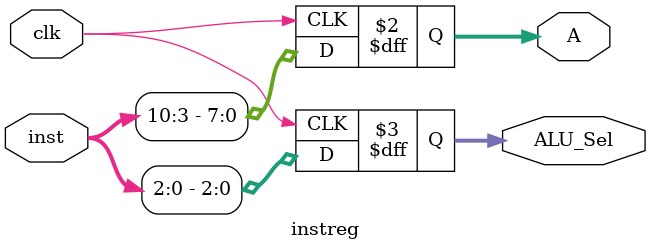
<source format=v>
module instreg(inst,clk,A,ALU_Sel);
input[10:0] inst;
input clk;
output[7:0] A;
output[2:0] ALU_Sel;
  
always @ (posedge clk)
begin
  ALU_Sel[0] <= inst[0];
  ALU_Sel[1] <= inst[1];
  ALU_Sel[2] <= inst[2];
  A[0] <= inst[3];
  A[1] <= inst[4];
  A[2] <= inst[5];
  A[3] <= inst[6];
  A[4] <= inst[7];
  A[5] <= inst[8];
  A[6] <= inst[9];
  A[7] <= inst[10];
end
endmodule

</source>
